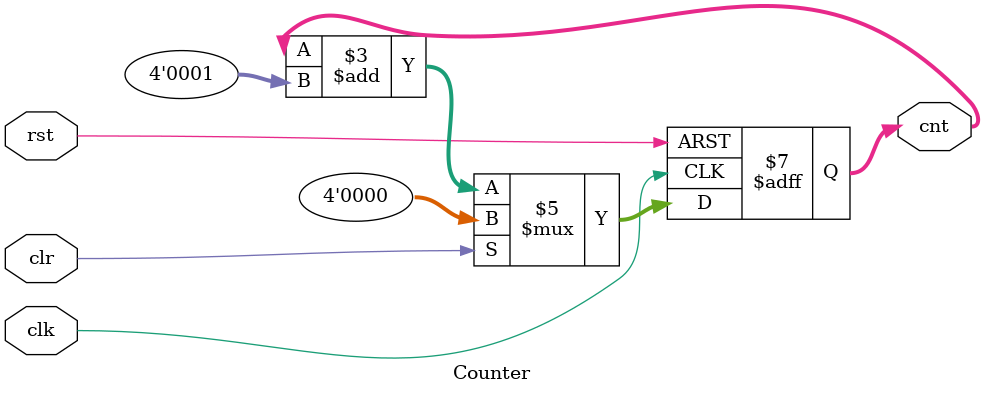
<source format=v>
`timescale 1ns / 1ps
module Counter(clk, rst, clr, cnt);

	input clk, rst;
	input clr;

	output [3:0] cnt;
		reg [3:0] cnt;

	always @(posedge clk or negedge rst)
	begin
		if(!rst)
			cnt <= 4'd0;
		else
			if(clr)
				cnt <= 4'd0;
			else
				cnt <= cnt + 4'd1;
	end

endmodule

</source>
